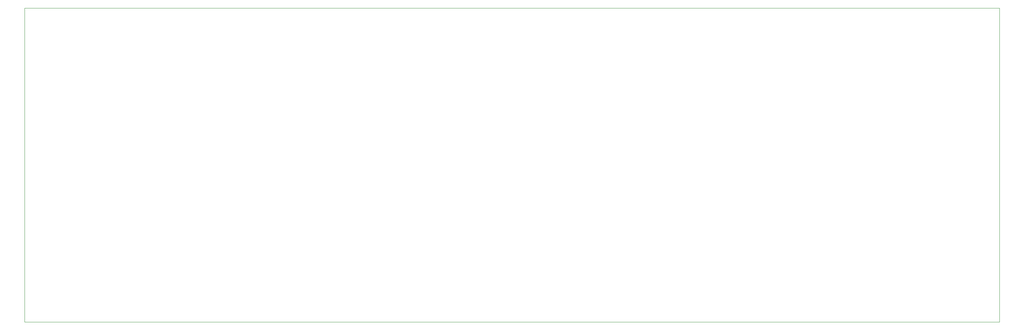
<source format=gm1>
G04 #@! TF.GenerationSoftware,KiCad,Pcbnew,8.0.3*
G04 #@! TF.CreationDate,2025-06-28T13:49:23+03:00*
G04 #@! TF.ProjectId,Camera_Expansion_Board_V2.0,43616d65-7261-45f4-9578-70616e73696f,rev?*
G04 #@! TF.SameCoordinates,Original*
G04 #@! TF.FileFunction,Profile,NP*
%FSLAX46Y46*%
G04 Gerber Fmt 4.6, Leading zero omitted, Abs format (unit mm)*
G04 Created by KiCad (PCBNEW 8.0.3) date 2025-06-28 13:49:23*
%MOMM*%
%LPD*%
G01*
G04 APERTURE LIST*
G04 #@! TA.AperFunction,Profile*
%ADD10C,0.100000*%
G04 #@! TD*
G04 APERTURE END LIST*
D10*
X27703750Y-54611250D02*
X262933750Y-54611250D01*
X262933750Y-130561250D01*
X27703750Y-130561250D01*
X27703750Y-54611250D01*
M02*

</source>
